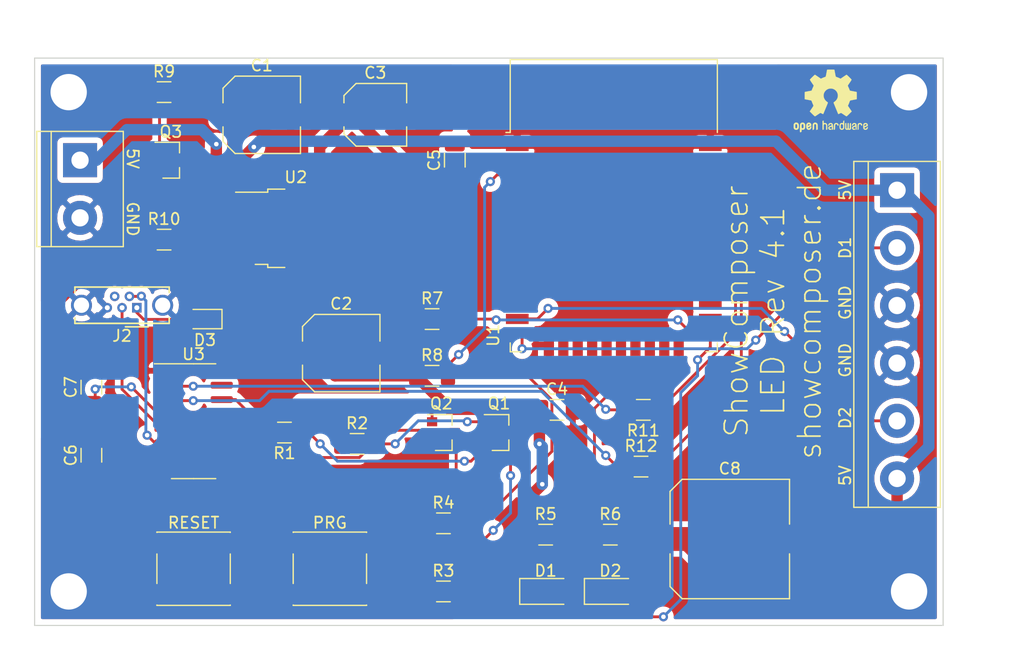
<source format=kicad_pcb>
(kicad_pcb (version 20171130) (host pcbnew 5.1.8-db9833491~87~ubuntu18.04.1)
  (layers (0 F.Cu signal) (31 B.Cu signal) (34 B.Paste user) (35 F.Paste user) (36 B.SilkS user) (37 F.SilkS user) (38 B.Mask user) (39 F.Mask user) (44 Edge.Cuts user))
  (net 0 "")
  (net 1 "Net-(D3-Pad2)")
  (net 2 +5V)
  (net 3 DTR)
  (net 4 "Net-(Q1-Pad3)")
  (net 5 "Net-(Q1-Pad2)")
  (net 6 RTS)
  (net 7 "Net-(Q2-Pad3)")
  (net 8 "Net-(Q2-Pad2)")
  (net 9 GND)
  (net 10 "Net-(U1-Pad37)")
  (net 11 "Net-(U1-Pad36)")
  (net 12 TXD0)
  (net 13 RXD0)
  (net 14 "Net-(U1-Pad33)")
  (net 15 "Net-(U1-Pad32)")
  (net 16 "Net-(U1-Pad31)")
  (net 17 "Net-(U1-Pad30)")
  (net 18 "Net-(U1-Pad29)")
  (net 19 "Net-(U1-Pad28)")
  (net 20 "Net-(U1-Pad27)")
  (net 21 "Net-(U1-Pad26)")
  (net 22 BOOT)
  (net 23 IO2)
  (net 24 "Net-(U1-Pad23)")
  (net 25 "Net-(U1-Pad22)")
  (net 26 "Net-(U1-Pad21)")
  (net 27 "Net-(U1-Pad20)")
  (net 28 "Net-(U1-Pad19)")
  (net 29 "Net-(U1-Pad18)")
  (net 30 "Net-(U1-Pad17)")
  (net 31 "Net-(U1-Pad16)")
  (net 32 LED1)
  (net 33 LED2)
  (net 34 "Net-(U1-Pad12)")
  (net 35 "Net-(U1-Pad11)")
  (net 36 "Net-(U1-Pad10)")
  (net 37 "Net-(U1-Pad9)")
  (net 38 "Net-(U1-Pad8)")
  (net 39 "Net-(U1-Pad7)")
  (net 40 "Net-(U1-Pad6)")
  (net 41 "Net-(U1-Pad5)")
  (net 42 "Net-(U1-Pad4)")
  (net 43 EN)
  (net 44 +3V3)
  (net 45 "Net-(U3-Pad15)")
  (net 46 "Net-(U3-Pad12)")
  (net 47 "Net-(U3-Pad11)")
  (net 48 "Net-(U3-Pad10)")
  (net 49 "Net-(U3-Pad9)")
  (net 50 "Net-(U3-Pad8)")
  (net 51 "Net-(U3-Pad7)")
  (net 52 "Net-(J2-Pad2)")
  (net 53 "Net-(J2-Pad3)")
  (net 54 "Net-(C7-Pad1)")
  (net 55 "Net-(R12-Pad1)")
  (net 56 "Net-(R11-Pad2)")
  (net 57 "Net-(D1-Pad2)")
  (net 58 "Net-(D2-Pad2)")
  (net 59 "Net-(J2-Pad4)")
  (net 60 VBUS)
  (net 61 "Net-(Q3-Pad1)")
  (module Symbol:OSHW-Logo2_7.3x6mm_SilkScreen (layer F.Cu) (at 140.104 63.772)
    (fp_text reference REF** hide)
    (fp_text value OSHW-Logo2_7.3x6mm_SilkScreen hide)
  )
  (module RF_Module:ESP32-WROOM-32 (layer F.Cu) (at 121 76)
    (fp_text reference U1 (at -10.61 8.43 90) (layer F.SilkS))
    (fp_text value ESP32-WROOM-32)
    (pad 38 smd rect (at 8.5 -8.255) (size 2 0.9) (layers F.Cu F.Paste F.Mask) (net 9 GND))
    (pad 37 smd rect (at 8.5 -6.985) (size 2 0.9) (layers F.Cu F.Paste F.Mask) (net 10 "Net-(U1-Pad37)"))
    (pad 36 smd rect (at 8.5 -5.715) (size 2 0.9) (layers F.Cu F.Paste F.Mask) (net 11 "Net-(U1-Pad36)"))
    (pad 35 smd rect (at 8.5 -4.445) (size 2 0.9) (layers F.Cu F.Paste F.Mask) (net 12 TXD0))
    (pad 34 smd rect (at 8.5 -3.175) (size 2 0.9) (layers F.Cu F.Paste F.Mask) (net 13 RXD0))
    (pad 33 smd rect (at 8.5 -1.905) (size 2 0.9) (layers F.Cu F.Paste F.Mask) (net 14 "Net-(U1-Pad33)"))
    (pad 32 smd rect (at 8.5 -0.635) (size 2 0.9) (layers F.Cu F.Paste F.Mask) (net 15 "Net-(U1-Pad32)"))
    (pad 31 smd rect (at 8.5 0.635) (size 2 0.9) (layers F.Cu F.Paste F.Mask) (net 16 "Net-(U1-Pad31)"))
    (pad 30 smd rect (at 8.5 1.905) (size 2 0.9) (layers F.Cu F.Paste F.Mask) (net 17 "Net-(U1-Pad30)"))
    (pad 29 smd rect (at 8.5 3.175) (size 2 0.9) (layers F.Cu F.Paste F.Mask) (net 18 "Net-(U1-Pad29)"))
    (pad 28 smd rect (at 8.5 4.445) (size 2 0.9) (layers F.Cu F.Paste F.Mask) (net 19 "Net-(U1-Pad28)"))
    (pad 27 smd rect (at 8.5 5.715) (size 2 0.9) (layers F.Cu F.Paste F.Mask) (net 20 "Net-(U1-Pad27)"))
    (pad 26 smd rect (at 8.5 6.985) (size 2 0.9) (layers F.Cu F.Paste F.Mask) (net 21 "Net-(U1-Pad26)"))
    (pad 25 smd rect (at 8.5 8.255) (size 2 0.9) (layers F.Cu F.Paste F.Mask) (net 22 BOOT))
    (pad 24 smd rect (at 5.715 9.255 90) (size 2 0.9) (layers F.Cu F.Paste F.Mask) (net 23 IO2))
    (pad 23 smd rect (at 4.445 9.255 90) (size 2 0.9) (layers F.Cu F.Paste F.Mask) (net 24 "Net-(U1-Pad23)"))
    (pad 22 smd rect (at 3.175 9.255 90) (size 2 0.9) (layers F.Cu F.Paste F.Mask) (net 25 "Net-(U1-Pad22)"))
    (pad 21 smd rect (at 1.905 9.255 90) (size 2 0.9) (layers F.Cu F.Paste F.Mask) (net 26 "Net-(U1-Pad21)"))
    (pad 20 smd rect (at 0.635 9.255 90) (size 2 0.9) (layers F.Cu F.Paste F.Mask) (net 27 "Net-(U1-Pad20)"))
    (pad 19 smd rect (at -0.635 9.255 90) (size 2 0.9) (layers F.Cu F.Paste F.Mask) (net 28 "Net-(U1-Pad19)"))
    (pad 18 smd rect (at -1.905 9.255 90) (size 2 0.9) (layers F.Cu F.Paste F.Mask) (net 29 "Net-(U1-Pad18)"))
    (pad 17 smd rect (at -3.175 9.255 90) (size 2 0.9) (layers F.Cu F.Paste F.Mask) (net 30 "Net-(U1-Pad17)"))
    (pad 16 smd rect (at -4.445 9.255 90) (size 2 0.9) (layers F.Cu F.Paste F.Mask) (net 31 "Net-(U1-Pad16)"))
    (pad 15 smd rect (at -5.715 9.255 90) (size 2 0.9) (layers F.Cu F.Paste F.Mask) (net 9 GND))
    (pad 14 smd rect (at -8.5 8.255) (size 2 0.9) (layers F.Cu F.Paste F.Mask) (net 32 LED1))
    (pad 13 smd rect (at -8.5 6.985) (size 2 0.9) (layers F.Cu F.Paste F.Mask) (net 33 LED2))
    (pad 12 smd rect (at -8.5 5.715) (size 2 0.9) (layers F.Cu F.Paste F.Mask) (net 34 "Net-(U1-Pad12)"))
    (pad 11 smd rect (at -8.5 4.445) (size 2 0.9) (layers F.Cu F.Paste F.Mask) (net 35 "Net-(U1-Pad11)"))
    (pad 10 smd rect (at -8.5 3.175) (size 2 0.9) (layers F.Cu F.Paste F.Mask) (net 36 "Net-(U1-Pad10)"))
    (pad 9 smd rect (at -8.5 1.905) (size 2 0.9) (layers F.Cu F.Paste F.Mask) (net 37 "Net-(U1-Pad9)"))
    (pad 8 smd rect (at -8.5 0.635) (size 2 0.9) (layers F.Cu F.Paste F.Mask) (net 38 "Net-(U1-Pad8)"))
    (pad 7 smd rect (at -8.5 -0.635) (size 2 0.9) (layers F.Cu F.Paste F.Mask) (net 39 "Net-(U1-Pad7)"))
    (pad 6 smd rect (at -8.5 -1.905) (size 2 0.9) (layers F.Cu F.Paste F.Mask) (net 40 "Net-(U1-Pad6)"))
    (pad 5 smd rect (at -8.5 -3.175) (size 2 0.9) (layers F.Cu F.Paste F.Mask) (net 41 "Net-(U1-Pad5)"))
    (pad 4 smd rect (at -8.5 -4.445) (size 2 0.9) (layers F.Cu F.Paste F.Mask) (net 42 "Net-(U1-Pad4)"))
    (pad 3 smd rect (at -8.5 -5.715) (size 2 0.9) (layers F.Cu F.Paste F.Mask) (net 43 EN))
    (pad 2 smd rect (at -8.5 -6.985) (size 2 0.9) (layers F.Cu F.Paste F.Mask) (net 44 +3V3))
    (pad 1 smd rect (at -8.5 -8.255) (size 2 0.9) (layers F.Cu F.Paste F.Mask) (net 9 GND))
    (pad 39 smd rect (at -1 -0.755) (size 5 5) (layers F.Cu F.Paste F.Mask) (net 9 GND))
  )
  (module Package_TO_SOT_SMD:SOT-23 (layer F.Cu) (at 106 93)
    (fp_text reference Q2 (at -0.186 -2.558) (layer F.SilkS))
    (fp_text value S8050)
    (pad 3 smd rect (at 1 0) (size 0.9 0.8) (layers F.Cu F.Paste F.Mask) (net 7 "Net-(Q2-Pad3)"))
    (pad 2 smd rect (at -1 0.95) (size 0.9 0.8) (layers F.Cu F.Paste F.Mask) (net 8 "Net-(Q2-Pad2)"))
    (pad 1 smd rect (at -1 -0.95) (size 0.9 0.8) (layers F.Cu F.Paste F.Mask) (net 6 RTS))
  )
  (module Package_TO_SOT_SMD:SOT-23 (layer F.Cu) (at 111 93)
    (fp_text reference Q1 (at -0.106 -2.558) (layer F.SilkS))
    (fp_text value S8050)
    (pad 3 smd rect (at 1 0) (size 0.9 0.8) (layers F.Cu F.Paste F.Mask) (net 4 "Net-(Q1-Pad3)"))
    (pad 2 smd rect (at -1 0.95) (size 0.9 0.8) (layers F.Cu F.Paste F.Mask) (net 5 "Net-(Q1-Pad2)"))
    (pad 1 smd rect (at -1 -0.95) (size 0.9 0.8) (layers F.Cu F.Paste F.Mask) (net 3 DTR))
  )
  (module Package_TO_SOT_SMD:TO-252-2 (layer F.Cu) (at 93 75)
    (fp_text reference U2 (at 0 -4.5) (layer F.SilkS))
    (fp_text value AZ1117-3.3)
    (pad 2 smd rect (at 2.1 0) (size 6.4 5.8) (layers F.Cu F.Mask) (net 44 +3V3))
    (pad 3 smd rect (at -4.2 2.28) (size 2.2 1.2) (layers F.Cu F.Paste F.Mask) (net 2 +5V))
    (pad 1 smd rect (at -4.2 -2.28) (size 2.2 1.2) (layers F.Cu F.Paste F.Mask) (net 9 GND))
  )
  (module Button_Switch_SMD:SW_Push_1P1T_NO_6x6mm_H9.5mm (layer F.Cu) (at 84 105)
    (fp_text reference RESET (at 0 -4.05) (layer F.SilkS))
    (fp_text value RST)
    (pad 2 smd rect (at 3.975 2.25) (size 1.55 1.3) (layers F.Cu F.Paste F.Mask) (net 9 GND))
    (pad 1 smd rect (at 3.975 -2.25) (size 1.55 1.3) (layers F.Cu F.Paste F.Mask) (net 43 EN))
    (pad 1 smd rect (at -3.975 -2.25) (size 1.55 1.3) (layers F.Cu F.Paste F.Mask) (net 43 EN))
    (pad 2 smd rect (at -3.975 2.25) (size 1.55 1.3) (layers F.Cu F.Paste F.Mask) (net 9 GND))
  )
  (module Button_Switch_SMD:SW_Push_1P1T_NO_6x6mm_H9.5mm (layer F.Cu) (at 96 105)
    (fp_text reference PRG (at 0 -4.05) (layer F.SilkS))
    (fp_text value BOOT)
    (pad 2 smd rect (at 3.975 2.25) (size 1.55 1.3) (layers F.Cu F.Paste F.Mask) (net 9 GND))
    (pad 1 smd rect (at 3.975 -2.25) (size 1.55 1.3) (layers F.Cu F.Paste F.Mask) (net 22 BOOT))
    (pad 1 smd rect (at -3.975 -2.25) (size 1.55 1.3) (layers F.Cu F.Paste F.Mask) (net 22 BOOT))
    (pad 2 smd rect (at -3.975 2.25) (size 1.55 1.3) (layers F.Cu F.Paste F.Mask) (net 9 GND))
  )
  (module Resistor_SMD:R_1206_3216Metric (layer F.Cu) (at 123.4 96)
    (fp_text reference R12 (at 0 -1.82) (layer F.SilkS))
    (fp_text value 1k)
    (pad 2 smd roundrect (at 1.4 0) (size 1.25 1.75) (layers F.Cu F.Paste F.Mask) (roundrect_rratio 0.2) (net 12 TXD0))
    (pad 1 smd roundrect (at -1.4 0) (size 1.25 1.75) (layers F.Cu F.Paste F.Mask) (roundrect_rratio 0.2) (net 55 "Net-(R12-Pad1)"))
  )
  (module Resistor_SMD:R_1206_3216Metric (layer F.Cu) (at 123.6 91 180)
    (fp_text reference R11 (at 0 -1.82) (layer F.SilkS))
    (fp_text value 1k)
    (pad 2 smd roundrect (at 1.4 0 180) (size 1.25 1.75) (layers F.Cu F.Paste F.Mask) (roundrect_rratio 0.2) (net 56 "Net-(R11-Pad2)"))
    (pad 1 smd roundrect (at -1.4 0 180) (size 1.25 1.75) (layers F.Cu F.Paste F.Mask) (roundrect_rratio 0.2) (net 13 RXD0))
  )
  (module Resistor_SMD:R_1206_3216Metric (layer F.Cu) (at 81.4 76)
    (fp_text reference R10 (at 0 -1.82) (layer F.SilkS))
    (fp_text value 470k)
    (pad 2 smd roundrect (at 1.4 0) (size 1.25 1.75) (layers F.Cu F.Paste F.Mask) (roundrect_rratio 0.2) (net 9 GND))
    (pad 1 smd roundrect (at -1.4 0) (size 1.25 1.75) (layers F.Cu F.Paste F.Mask) (roundrect_rratio 0.2) (net 2 +5V))
  )
  (module Resistor_SMD:R_1206_3216Metric (layer F.Cu) (at 81.4 63)
    (fp_text reference R9 (at 0 -1.82) (layer F.SilkS))
    (fp_text value 100k)
    (pad 2 smd roundrect (at 1.4 0) (size 1.25 1.75) (layers F.Cu F.Paste F.Mask) (roundrect_rratio 0.2) (net 9 GND))
    (pad 1 smd roundrect (at -1.4 0) (size 1.25 1.75) (layers F.Cu F.Paste F.Mask) (roundrect_rratio 0.2) (net 61 "Net-(Q3-Pad1)"))
  )
  (module Resistor_SMD:R_1206_3216Metric (layer F.Cu) (at 105 88)
    (fp_text reference R8 (at 0 -1.82) (layer F.SilkS))
    (fp_text value 10k)
    (pad 2 smd roundrect (at 1.4 0) (size 1.25 1.75) (layers F.Cu F.Paste F.Mask) (roundrect_rratio 0.2) (net 43 EN))
    (pad 1 smd roundrect (at -1.4 0) (size 1.25 1.75) (layers F.Cu F.Paste F.Mask) (roundrect_rratio 0.2) (net 44 +3V3))
  )
  (module Resistor_SMD:R_1206_3216Metric (layer F.Cu) (at 105 83)
    (fp_text reference R7 (at 0 -1.82) (layer F.SilkS))
    (fp_text value 10k)
    (pad 2 smd roundrect (at 1.4 0) (size 1.25 1.75) (layers F.Cu F.Paste F.Mask) (roundrect_rratio 0.2) (net 22 BOOT))
    (pad 1 smd roundrect (at -1.4 0) (size 1.25 1.75) (layers F.Cu F.Paste F.Mask) (roundrect_rratio 0.2) (net 44 +3V3))
  )
  (module Resistor_SMD:R_1206_3216Metric (layer F.Cu) (at 120.698 102)
    (fp_text reference R6 (at 0 -1.82) (layer F.SilkS))
    (fp_text value R)
    (pad 2 smd roundrect (at 1.4 0) (size 1.25 1.75) (layers F.Cu F.Paste F.Mask) (roundrect_rratio 0.2) (net 58 "Net-(D2-Pad2)"))
    (pad 1 smd roundrect (at -1.4 0) (size 1.25 1.75) (layers F.Cu F.Paste F.Mask) (roundrect_rratio 0.2) (net 23 IO2))
  )
  (module Resistor_SMD:R_1206_3216Metric (layer F.Cu) (at 115 102)
    (fp_text reference R5 (at 0 -1.82) (layer F.SilkS))
    (fp_text value R)
    (pad 2 smd roundrect (at 1.4 0) (size 1.25 1.75) (layers F.Cu F.Paste F.Mask) (roundrect_rratio 0.2) (net 57 "Net-(D1-Pad2)"))
    (pad 1 smd roundrect (at -1.4 0) (size 1.25 1.75) (layers F.Cu F.Paste F.Mask) (roundrect_rratio 0.2) (net 44 +3V3))
  )
  (module Resistor_SMD:R_1206_3216Metric (layer F.Cu) (at 106 101)
    (fp_text reference R4 (at 0 -1.82) (layer F.SilkS))
    (fp_text value 0R)
    (pad 2 smd roundrect (at 1.4 0) (size 1.25 1.75) (layers F.Cu F.Paste F.Mask) (roundrect_rratio 0.2) (net 7 "Net-(Q2-Pad3)"))
    (pad 1 smd roundrect (at -1.4 0) (size 1.25 1.75) (layers F.Cu F.Paste F.Mask) (roundrect_rratio 0.2) (net 43 EN))
  )
  (module Resistor_SMD:R_1206_3216Metric (layer F.Cu) (at 106 107)
    (fp_text reference R3 (at 0 -1.82) (layer F.SilkS))
    (fp_text value 0R)
    (pad 2 smd roundrect (at 1.4 0) (size 1.25 1.75) (layers F.Cu F.Paste F.Mask) (roundrect_rratio 0.2) (net 4 "Net-(Q1-Pad3)"))
    (pad 1 smd roundrect (at -1.4 0) (size 1.25 1.75) (layers F.Cu F.Paste F.Mask) (roundrect_rratio 0.2) (net 22 BOOT))
  )
  (module Resistor_SMD:R_1206_3216Metric (layer F.Cu) (at 98.4 94)
    (fp_text reference R2 (at 0 -1.82) (layer F.SilkS))
    (fp_text value 10k)
    (pad 2 smd roundrect (at 1.4 0) (size 1.25 1.75) (layers F.Cu F.Paste F.Mask) (roundrect_rratio 0.2) (net 3 DTR))
    (pad 1 smd roundrect (at -1.4 0) (size 1.25 1.75) (layers F.Cu F.Paste F.Mask) (roundrect_rratio 0.2) (net 8 "Net-(Q2-Pad2)"))
  )
  (module Resistor_SMD:R_1206_3216Metric (layer F.Cu) (at 92 93 180)
    (fp_text reference R1 (at 0 -1.82) (layer F.SilkS))
    (fp_text value 10k)
    (pad 2 smd roundrect (at 1.4 0 180) (size 1.25 1.75) (layers F.Cu F.Paste F.Mask) (roundrect_rratio 0.2) (net 6 RTS))
    (pad 1 smd roundrect (at -1.4 0 180) (size 1.25 1.75) (layers F.Cu F.Paste F.Mask) (roundrect_rratio 0.2) (net 5 "Net-(Q1-Pad2)"))
  )
  (module Package_TO_SOT_SMD:SOT-23 (layer F.Cu) (at 82 69)
    (fp_text reference Q3 (at 0 -2.5) (layer F.SilkS))
    (fp_text value Q_PMOS_GSD)
    (pad 3 smd rect (at 1 0) (size 0.9 0.8) (layers F.Cu F.Paste F.Mask) (net 60 VBUS))
    (pad 2 smd rect (at -1 0.95) (size 0.9 0.8) (layers F.Cu F.Paste F.Mask) (net 2 +5V))
    (pad 1 smd rect (at -1 -0.95) (size 0.9 0.8) (layers F.Cu F.Paste F.Mask) (net 61 "Net-(Q3-Pad1)"))
  )
  (module TerminalBlock:TerminalBlock_bornier-2_P5.08mm (layer F.Cu) (at 74 69 270)
    (fp_text reference J3 hide)
    (fp_text value Screw_Terminal_01x02)
    (pad 2 thru_hole circle (at 5.08 0 270) (size 3 3) (drill 1.52) (layers *.Cu *.Mask) (net 9 GND))
    (pad 1 thru_hole rect (at 0 0 270) (size 3 3) (drill 1.52) (layers *.Cu *.Mask) (net 60 VBUS))
  )
  (module Connector_USB:USB_Micro-B_Wuerth_614105150721_Vertical_CircularHoles (layer F.Cu) (at 79 82 180)
    (fp_text reference J2 (at 1.3 -2.48) (layer F.SilkS))
    (fp_text value USB_B_Micro)
    (pad 6 thru_hole circle (at 4.875 0.22 180) (size 1.85 1.85) (drill 1.35) (layers *.Cu *.Mask) (net 9 GND))
    (pad 6 thru_hole circle (at -2.275 0.22 180) (size 1.85 1.85) (drill 1.35) (layers *.Cu *.Mask) (net 9 GND))
    (pad 5 thru_hole circle (at 2.6 0 180) (size 0.84 0.84) (drill 0.44) (layers *.Cu *.Mask) (net 9 GND))
    (pad 4 thru_hole circle (at 1.95 1 180) (size 0.84 0.84) (drill 0.44) (layers *.Cu *.Mask) (net 59 "Net-(J2-Pad4)"))
    (pad 3 thru_hole circle (at 1.3 0 180) (size 0.84 0.84) (drill 0.44) (layers *.Cu *.Mask) (net 53 "Net-(J2-Pad3)"))
    (pad 2 thru_hole circle (at 0.65 1 180) (size 0.84 0.84) (drill 0.44) (layers *.Cu *.Mask) (net 52 "Net-(J2-Pad2)"))
    (pad 1 thru_hole rect (at 0 0 180) (size 0.84 0.84) (drill 0.44) (layers *.Cu *.Mask) (net 1 "Net-(D3-Pad2)"))
  )
  (module TerminalBlock:TerminalBlock_bornier-6_P5.08mm (layer F.Cu) (at 145.946 71.646 270)
    (fp_text reference J1 hide)
    (fp_text value Screw_Terminal_01x06)
    (pad 6 thru_hole circle (at 25.4 0 270) (size 3 3) (drill 1.52) (layers *.Cu *.Mask) (net 2 +5V))
    (pad 5 thru_hole circle (at 20.32 0 270) (size 3 3) (drill 1.52) (layers *.Cu *.Mask) (net 33 LED2))
    (pad 4 thru_hole circle (at 15.24 0 270) (size 3 3) (drill 1.52) (layers *.Cu *.Mask) (net 9 GND))
    (pad 1 thru_hole rect (at 0 0 270) (size 3 3) (drill 1.52) (layers *.Cu *.Mask) (net 2 +5V))
    (pad 3 thru_hole circle (at 10.16 0 270) (size 3 3) (drill 1.52) (layers *.Cu *.Mask) (net 9 GND))
    (pad 2 thru_hole circle (at 5.08 0 270) (size 3 3) (drill 1.52) (layers *.Cu *.Mask) (net 32 LED1))
  )
  (module LED_SMD:LED_1206_3216Metric (layer F.Cu) (at 120.698 107)
    (fp_text reference D2 (at 0 -1.82) (layer F.SilkS))
    (fp_text value LED)
    (pad 2 smd roundrect (at 1.4 0) (size 1.25 1.75) (layers F.Cu F.Paste F.Mask) (roundrect_rratio 0.2) (net 58 "Net-(D2-Pad2)"))
    (pad 1 smd roundrect (at -1.4 0) (size 1.25 1.75) (layers F.Cu F.Paste F.Mask) (roundrect_rratio 0.2) (net 9 GND))
  )
  (module LED_SMD:LED_1206_3216Metric (layer F.Cu) (at 115 107)
    (fp_text reference D1 (at 0 -1.82) (layer F.SilkS))
    (fp_text value LED)
    (pad 2 smd roundrect (at 1.4 0) (size 1.25 1.75) (layers F.Cu F.Paste F.Mask) (roundrect_rratio 0.2) (net 57 "Net-(D1-Pad2)"))
    (pad 1 smd roundrect (at -1.4 0) (size 1.25 1.75) (layers F.Cu F.Paste F.Mask) (roundrect_rratio 0.2) (net 9 GND))
  )
  (module Capacitor_SMD:C_Elec_10x10.2 (layer F.Cu) (at 131.214 102.38)
    (fp_text reference C8 (at 0 -6.2) (layer F.SilkS))
    (fp_text value 470u)
    (pad 2 smd roundrect (at 4.4 0) (size 4.6 2.1) (layers F.Cu F.Paste F.Mask) (roundrect_rratio 0.119047619047619) (net 9 GND))
    (pad 1 smd roundrect (at -4.4 0) (size 4.6 2.1) (layers F.Cu F.Paste F.Mask) (roundrect_rratio 0.119047619047619) (net 2 +5V))
  )
  (module Capacitor_SMD:C_1206_3216Metric (layer F.Cu) (at 75 89 90)
    (fp_text reference C7 (at 0 -1.82 90) (layer F.SilkS))
    (fp_text value 100n)
    (pad 2 smd roundrect (at 1.4 0 90) (size 1.25 1.75) (layers F.Cu F.Paste F.Mask) (roundrect_rratio 0.2) (net 9 GND))
    (pad 1 smd roundrect (at -1.4 0 90) (size 1.25 1.75) (layers F.Cu F.Paste F.Mask) (roundrect_rratio 0.2) (net 54 "Net-(C7-Pad1)"))
  )
  (module Capacitor_SMD:C_1206_3216Metric (layer F.Cu) (at 75 95 90)
    (fp_text reference C6 (at 0 -1.82 90) (layer F.SilkS))
    (fp_text value 100n)
    (pad 2 smd roundrect (at 1.4 0 90) (size 1.25 1.75) (layers F.Cu F.Paste F.Mask) (roundrect_rratio 0.2) (net 9 GND))
    (pad 1 smd roundrect (at -1.4 0 90) (size 1.25 1.75) (layers F.Cu F.Paste F.Mask) (roundrect_rratio 0.2) (net 2 +5V))
  )
  (module Capacitor_SMD:C_1206_3216Metric (layer F.Cu) (at 107 69 90)
    (fp_text reference C5 (at 0 -1.82 90) (layer F.SilkS))
    (fp_text value 100n)
    (pad 2 smd roundrect (at 1.4 0 90) (size 1.25 1.75) (layers F.Cu F.Paste F.Mask) (roundrect_rratio 0.2) (net 9 GND))
    (pad 1 smd roundrect (at -1.4 0 90) (size 1.25 1.75) (layers F.Cu F.Paste F.Mask) (roundrect_rratio 0.2) (net 44 +3V3))
  )
  (module Capacitor_SMD:C_1206_3216Metric (layer F.Cu) (at 116 91)
    (fp_text reference C4 (at 0 -1.82) (layer F.SilkS))
    (fp_text value 100n)
    (pad 2 smd roundrect (at 1.4 0) (size 1.25 1.75) (layers F.Cu F.Paste F.Mask) (roundrect_rratio 0.2) (net 9 GND))
    (pad 1 smd roundrect (at -1.4 0) (size 1.25 1.75) (layers F.Cu F.Paste F.Mask) (roundrect_rratio 0.2) (net 44 +3V3))
  )
  (module Capacitor_SMD:C_Elec_5x5.4 (layer F.Cu) (at 100 65)
    (fp_text reference C3 (at 0 -3.7) (layer F.SilkS))
    (fp_text value 10u)
    (pad 2 smd roundrect (at 2.0625 0) (size 2.775 1.6) (layers F.Cu F.Paste F.Mask) (roundrect_rratio 0.15625) (net 9 GND))
    (pad 1 smd roundrect (at -2.0625 0) (size 2.775 1.6) (layers F.Cu F.Paste F.Mask) (roundrect_rratio 0.15625) (net 44 +3V3))
  )
  (module Capacitor_SMD:C_Elec_6.3x7.7 (layer F.Cu) (at 97 86)
    (fp_text reference C2 (at 0 -4.35) (layer F.SilkS))
    (fp_text value 100u)
    (pad 2 smd roundrect (at 2.5375 0) (size 3.325 1.6) (layers F.Cu F.Paste F.Mask) (roundrect_rratio 0.15625) (net 9 GND))
    (pad 1 smd roundrect (at -2.5375 0) (size 3.325 1.6) (layers F.Cu F.Paste F.Mask) (roundrect_rratio 0.15625) (net 44 +3V3))
  )
  (module Capacitor_SMD:C_Elec_6.3x7.7 (layer F.Cu) (at 90 65)
    (fp_text reference C1 (at 0 -4.35) (layer F.SilkS))
    (fp_text value 100u)
    (pad 2 smd roundrect (at 2.5375 0) (size 3.325 1.6) (layers F.Cu F.Paste F.Mask) (roundrect_rratio 0.15625) (net 9 GND))
    (pad 1 smd roundrect (at -2.5375 0) (size 3.325 1.6) (layers F.Cu F.Paste F.Mask) (roundrect_rratio 0.15625) (net 2 +5V))
  )
  (module Package_SO:SOIC-16_3.9x9.9mm_P1.27mm (layer F.Cu) (at 84 92)
    (fp_text reference U3 (at 0 -5.9) (layer F.SilkS))
    (fp_text value CH340C)
    (pad 16 smd roundrect (at 2.475 -4.445) (size 1.95 0.6) (layers F.Cu F.Paste F.Mask) (net 2 +5V))
    (pad 15 smd roundrect (at 2.475 -3.175) (size 1.95 0.6) (layers F.Cu F.Paste F.Mask) (net 45 "Net-(U3-Pad15)"))
    (pad 14 smd roundrect (at 2.475 -1.905) (size 1.95 0.6) (layers F.Cu F.Paste F.Mask) (net 6 RTS))
    (pad 13 smd roundrect (at 2.475 -0.635) (size 1.95 0.6) (layers F.Cu F.Paste F.Mask) (net 3 DTR))
    (pad 12 smd roundrect (at 2.475 0.635) (size 1.95 0.6) (layers F.Cu F.Paste F.Mask) (net 46 "Net-(U3-Pad12)"))
    (pad 11 smd roundrect (at 2.475 1.905) (size 1.95 0.6) (layers F.Cu F.Paste F.Mask) (net 47 "Net-(U3-Pad11)"))
    (pad 10 smd roundrect (at 2.475 3.175) (size 1.95 0.6) (layers F.Cu F.Paste F.Mask) (net 48 "Net-(U3-Pad10)"))
    (pad 9 smd roundrect (at 2.475 4.445) (size 1.95 0.6) (layers F.Cu F.Paste F.Mask) (net 49 "Net-(U3-Pad9)"))
    (pad 8 smd roundrect (at -2.475 4.445) (size 1.95 0.6) (layers F.Cu F.Paste F.Mask) (net 50 "Net-(U3-Pad8)"))
    (pad 7 smd roundrect (at -2.475 3.175) (size 1.95 0.6) (layers F.Cu F.Paste F.Mask) (net 51 "Net-(U3-Pad7)"))
    (pad 6 smd roundrect (at -2.475 1.905) (size 1.95 0.6) (layers F.Cu F.Paste F.Mask) (net 52 "Net-(J2-Pad2)"))
    (pad 5 smd roundrect (at -2.475 0.635) (size 1.95 0.6) (layers F.Cu F.Paste F.Mask) (net 53 "Net-(J2-Pad3)"))
    (pad 4 smd roundrect (at -2.475 -0.635) (size 1.95 0.6) (layers F.Cu F.Paste F.Mask) (net 54 "Net-(C7-Pad1)"))
    (pad 3 smd roundrect (at -2.475 -1.905) (size 1.95 0.6) (layers F.Cu F.Paste F.Mask) (net 55 "Net-(R12-Pad1)"))
    (pad 2 smd roundrect (at -2.475 -3.175) (size 1.95 0.6) (layers F.Cu F.Paste F.Mask) (net 56 "Net-(R11-Pad2)"))
    (pad 1 smd roundrect (at -2.475 -4.445) (size 1.95 0.6) (layers F.Cu F.Paste F.Mask) (net 9 GND))
  )
  (module Diode_SMD:D_SOD-323 (layer F.Cu) (at 85 83 180)
    (fp_text reference D3 (at 0 -1.85) (layer F.SilkS))
    (fp_text value BAT60A)
    (pad 2 smd rect (at 1.05 0 180) (size 0.6 0.45) (layers F.Cu F.Paste F.Mask) (net 1 "Net-(D3-Pad2)"))
    (pad 1 smd rect (at -1.05 0 180) (size 0.6 0.45) (layers F.Cu F.Paste F.Mask) (net 2 +5V))
  )
  (gr_text D2 (at 141.374 91.712 90) (layer F.SilkS) (effects (font (size 1 1))))
  (gr_text GND (at 78.636 74.186 270) (layer F.SilkS) (effects (font (size 1 1))))
  (gr_text 5V (at 78.636 68.852 270) (layer F.SilkS) (effects (font (size 1 1))))
  (gr_text 5V (at 141.374 96.792 90) (layer F.SilkS) (effects (font (size 1 1))))
  (gr_text GND (at 141.374 86.632 90) (layer F.SilkS) (effects (font (size 1 1))))
  (gr_text 5V (at 141.374 71.646 90) (layer F.SilkS) (effects (font (size 1 1))))
  (gr_text D1 (at 141.374 76.726 90) (layer F.SilkS) (effects (font (size 1 1))))
  (gr_text GND (at 141.374 81.552 90) (layer F.SilkS) (effects (font (size 1 1))))
  (gr_text "ShowComposer\nLED Rev 4.1\nshowcomposer.de" (at 135.024 82.314 90) (layer F.SilkS) (effects (font (size 2 2))))
  (gr_line (start 150 60) (end 150 110) (layer Edge.Cuts) (width 0.1))
  (gr_line (start 70 60) (end 150 60) (layer Edge.Cuts) (width 0.1))
  (gr_line (start 70 110) (end 70 60) (layer Edge.Cuts) (width 0.1))
  (gr_line (start 150 110) (end 70 110) (layer Edge.Cuts) (width 0.1))
  (segment (start 79 82) (end 79 82.424) (width 0.25) (layer F.Cu) (net 1))
  (segment (start 83.919999 83.030001) (end 83.95 83) (width 0.25) (layer F.Cu) (net 1))
  (segment (start 79.606001 83.030001) (end 83.919999 83.030001) (width 0.25) (layer F.Cu) (net 1))
  (segment (start 79 82.424) (end 79.606001 83.030001) (width 0.25) (layer F.Cu) (net 1))
  (segment (start 87.4625 65.972502) (end 87.4625 65) (width 0.25) (layer F.Cu) (net 2))
  (segment (start 88.72001 77.20001) (end 88.8 77.28) (width 0.25) (layer F.Cu) (net 2))
  (segment (start 81 75) (end 80 76) (width 1) (layer F.Cu) (net 2))
  (segment (start 87.4625 65) (end 87.4625 68.83457) (width 1) (layer F.Cu) (net 2))
  (segment (start 87.4625 68.83457) (end 84.72907 71.568) (width 1) (layer F.Cu) (net 2))
  (segment (start 81 69.95) (end 81 71.568) (width 1) (layer F.Cu) (net 2))
  (segment (start 84.72907 71.568) (end 81 71.568) (width 1) (layer F.Cu) (net 2))
  (segment (start 81 71.568) (end 81 75) (width 1) (layer F.Cu) (net 2))
  (segment (start 84.72907 73.20907) (end 88.8 77.28) (width 1) (layer F.Cu) (net 2))
  (segment (start 84.72907 71.568) (end 84.72907 73.20907) (width 1) (layer F.Cu) (net 2))
  (segment (start 145.946 71.646) (end 139.596 71.646) (width 1) (layer B.Cu) (net 2))
  (segment (start 139.596 71.646) (end 135.278 67.328) (width 1) (layer B.Cu) (net 2))
  (segment (start 135.278 67.328) (end 89.812 67.328) (width 1) (layer B.Cu) (net 2))
  (via (at 89.304 67.836) (size 1) (drill 0.4) (layers F.Cu B.Cu) (net 2))
  (segment (start 89.812 67.328) (end 89.304 67.836) (width 1) (layer B.Cu) (net 2))
  (segment (start 88.30543 68.83457) (end 87.4625 68.83457) (width 1) (layer F.Cu) (net 2))
  (segment (start 89.304 67.836) (end 88.30543 68.83457) (width 1) (layer F.Cu) (net 2))
  (segment (start 145.946 71.646) (end 146.454 71.646) (width 1) (layer B.Cu) (net 2))
  (segment (start 146.454 71.646) (end 148.74 73.932) (width 1) (layer B.Cu) (net 2))
  (segment (start 148.74 94.252) (end 145.946 97.046) (width 1) (layer B.Cu) (net 2))
  (segment (start 148.74 73.932) (end 148.74 94.252) (width 1) (layer B.Cu) (net 2))
  (segment (start 145.946 97.046) (end 145.946 100.602) (width 1) (layer F.Cu) (net 2))
  (segment (start 145.946 100.602) (end 140.866 105.682) (width 1) (layer F.Cu) (net 2))
  (segment (start 130.116 105.682) (end 126.814 102.38) (width 1) (layer F.Cu) (net 2))
  (segment (start 140.866 105.682) (end 130.116 105.682) (width 1) (layer F.Cu) (net 2))
  (segment (start 86.475 83.425) (end 86.05 83) (width 1) (layer F.Cu) (net 2))
  (segment (start 86.475 87.555) (end 86.475 83.425) (width 1) (layer F.Cu) (net 2))
  (segment (start 88.8 80.25) (end 86.05 83) (width 1) (layer F.Cu) (net 2))
  (segment (start 88.8 77.28) (end 88.8 80.25) (width 1) (layer F.Cu) (net 2))
  (segment (start 75 96.4) (end 71.778 93.178) (width 1) (layer F.Cu) (net 2))
  (segment (start 77.499998 76) (end 80 76) (width 1) (layer F.Cu) (net 2))
  (segment (start 71.778 81.721998) (end 77.499998 76) (width 1) (layer F.Cu) (net 2))
  (segment (start 71.778 93.178) (end 71.778 81.721998) (width 1) (layer F.Cu) (net 2))
  (segment (start 86.475 91.365) (end 87.687 91.365) (width 0.25) (layer F.Cu) (net 3))
  (segment (start 87.687 91.365) (end 89.304 92.982) (width 0.25) (layer F.Cu) (net 3))
  (segment (start 89.304 92.982) (end 89.304 94.252) (width 0.25) (layer F.Cu) (net 3))
  (segment (start 98.59999 95.20001) (end 99.8 94) (width 0.25) (layer F.Cu) (net 3))
  (segment (start 90.25201 95.20001) (end 98.59999 95.20001) (width 0.25) (layer F.Cu) (net 3))
  (segment (start 89.304 94.252) (end 90.25201 95.20001) (width 0.25) (layer F.Cu) (net 3))
  (via (at 101.75 93.998) (size 0.8) (drill 0.4) (layers F.Cu B.Cu) (net 3))
  (segment (start 99.8 94) (end 101.748 94) (width 0.25) (layer F.Cu) (net 3))
  (segment (start 101.748 94) (end 101.75 93.998) (width 0.25) (layer F.Cu) (net 3))
  (segment (start 101.75 93.998) (end 103.782 91.966) (width 0.25) (layer B.Cu) (net 3))
  (via (at 108.1 92.049999) (size 0.8) (drill 0.4) (layers F.Cu B.Cu) (net 3))
  (segment (start 103.782 91.966) (end 108.016001 91.966) (width 0.25) (layer B.Cu) (net 3))
  (segment (start 108.016001 91.966) (end 108.1 92.049999) (width 0.25) (layer B.Cu) (net 3))
  (segment (start 109.999999 92.049999) (end 110 92.05) (width 0.25) (layer F.Cu) (net 3))
  (segment (start 108.1 92.049999) (end 109.999999 92.049999) (width 0.25) (layer F.Cu) (net 3))
  (via (at 110.386 101.618) (size 0.8) (drill 0.4) (layers F.Cu B.Cu) (net 4))
  (segment (start 107.4 107) (end 107.4 104.604) (width 0.25) (layer F.Cu) (net 4))
  (segment (start 107.4 104.604) (end 110.386 101.618) (width 0.25) (layer F.Cu) (net 4))
  (via (at 111.91 96.792) (size 0.8) (drill 0.4) (layers F.Cu B.Cu) (net 4))
  (segment (start 110.386 101.618) (end 111.91 100.094) (width 0.25) (layer B.Cu) (net 4))
  (segment (start 111.91 100.094) (end 111.91 96.792) (width 0.25) (layer B.Cu) (net 4))
  (segment (start 111.91 93.09) (end 112 93) (width 0.25) (layer F.Cu) (net 4))
  (segment (start 111.91 96.792) (end 111.91 93.09) (width 0.25) (layer F.Cu) (net 4))
  (via (at 95.146 93.998) (size 0.8) (drill 0.4) (layers F.Cu B.Cu) (net 5))
  (segment (start 93.4 93) (end 94.148 93) (width 0.25) (layer F.Cu) (net 5))
  (segment (start 94.148 93) (end 95.146 93.998) (width 0.25) (layer F.Cu) (net 5))
  (segment (start 95.146 93.998) (end 96.67 95.522) (width 0.25) (layer B.Cu) (net 5))
  (via (at 107.846 95.522) (size 0.8) (drill 0.4) (layers F.Cu B.Cu) (net 5))
  (segment (start 96.67 95.522) (end 107.846 95.522) (width 0.25) (layer B.Cu) (net 5))
  (segment (start 108.428 95.522) (end 110 93.95) (width 0.25) (layer F.Cu) (net 5))
  (segment (start 107.846 95.522) (end 108.428 95.522) (width 0.25) (layer F.Cu) (net 5))
  (segment (start 87.695 90.095) (end 86.475 90.095) (width 0.25) (layer F.Cu) (net 6))
  (segment (start 90.6 93) (end 87.695 90.095) (width 0.25) (layer F.Cu) (net 6))
  (segment (start 105 92.05) (end 105 91.406) (width 0.25) (layer F.Cu) (net 6))
  (segment (start 105 91.406) (end 103.782 90.188) (width 0.25) (layer F.Cu) (net 6))
  (segment (start 93.412 90.188) (end 90.6 93) (width 0.25) (layer F.Cu) (net 6))
  (segment (start 103.782 90.188) (end 93.412 90.188) (width 0.25) (layer F.Cu) (net 6))
  (segment (start 107.120999 93.120999) (end 107 93) (width 0.25) (layer F.Cu) (net 7))
  (segment (start 107.120999 100.720999) (end 107.120999 93.120999) (width 0.25) (layer F.Cu) (net 7))
  (segment (start 107.4 101) (end 107.120999 100.720999) (width 0.25) (layer F.Cu) (net 7))
  (segment (start 97 94) (end 97 93.16) (width 0.25) (layer F.Cu) (net 8))
  (segment (start 103.84999 92.79999) (end 105 93.95) (width 0.25) (layer F.Cu) (net 8))
  (segment (start 97.36001 92.79999) (end 103.84999 92.79999) (width 0.25) (layer F.Cu) (net 8))
  (segment (start 97 93.16) (end 97.36001 92.79999) (width 0.25) (layer F.Cu) (net 8))
  (via (at 147 63.01) (size 3.4) (drill 3.2) (layers F.Cu B.Cu) (net 9))
  (via (at 147 107) (size 3.4) (drill 3.2) (layers F.Cu B.Cu) (net 9))
  (via (at 73 107) (size 3.4) (drill 3.2) (layers F.Cu B.Cu) (net 9))
  (via (at 73 63) (size 3.4) (drill 3.2) (layers F.Cu B.Cu) (net 9))
  (segment (start 129.155 71.9) (end 129.5 71.555) (width 0.25) (layer F.Cu) (net 12))
  (segment (start 124.8 96) (end 132.23 88.57) (width 0.25) (layer F.Cu) (net 12))
  (segment (start 131.123 71.555) (end 129.5 71.555) (width 0.25) (layer F.Cu) (net 12))
  (segment (start 132.23 72.662) (end 131.123 71.555) (width 0.25) (layer F.Cu) (net 12))
  (segment (start 132.23 88.57) (end 132.23 72.662) (width 0.25) (layer F.Cu) (net 12))
  (segment (start 130.75 72.825) (end 131.722 73.797) (width 0.25) (layer F.Cu) (net 13))
  (segment (start 129.5 72.825) (end 130.75 72.825) (width 0.25) (layer F.Cu) (net 13))
  (segment (start 131.722 84.278) (end 125 91) (width 0.25) (layer F.Cu) (net 13))
  (segment (start 131.722 73.797) (end 131.722 84.278) (width 0.25) (layer F.Cu) (net 13))
  (segment (start 92.025 102.75) (end 99.975 102.75) (width 0.25) (layer F.Cu) (net 22))
  (segment (start 104.225 107) (end 99.975 102.75) (width 0.25) (layer F.Cu) (net 22))
  (segment (start 104.6 107) (end 104.225 107) (width 0.25) (layer F.Cu) (net 22))
  (via (at 128.381347 86.593347) (size 0.8) (drill 0.4) (layers F.Cu B.Cu) (net 22))
  (segment (start 129.5 84.255) (end 129.5 85.474694) (width 0.25) (layer F.Cu) (net 22))
  (segment (start 129.5 85.474694) (end 128.381347 86.593347) (width 0.25) (layer F.Cu) (net 22))
  (segment (start 128.381347 87.997655) (end 126.896 89.483002) (width 0.25) (layer B.Cu) (net 22))
  (segment (start 128.381347 86.593347) (end 128.381347 87.997655) (width 0.25) (layer B.Cu) (net 22))
  (via (at 125.372 109.238) (size 0.8) (drill 0.4) (layers F.Cu B.Cu) (net 22))
  (segment (start 126.896 89.483002) (end 126.896 107.714) (width 0.25) (layer B.Cu) (net 22))
  (segment (start 126.896 107.714) (end 125.372 109.238) (width 0.25) (layer B.Cu) (net 22))
  (segment (start 105.58681 107) (end 104.6 107) (width 0.25) (layer F.Cu) (net 22))
  (segment (start 107.82481 109.238) (end 105.58681 107) (width 0.25) (layer F.Cu) (net 22))
  (segment (start 125.372 109.238) (end 107.82481 109.238) (width 0.25) (layer F.Cu) (net 22))
  (via (at 110.64 83.076) (size 0.8) (drill 0.4) (layers F.Cu B.Cu) (net 22))
  (segment (start 106.4 83) (end 110.564 83) (width 0.25) (layer F.Cu) (net 22))
  (segment (start 110.564 83) (end 110.64 83.076) (width 0.25) (layer F.Cu) (net 22))
  (via (at 126.642 83.076) (size 0.8) (drill 0.4) (layers F.Cu B.Cu) (net 22))
  (segment (start 110.64 83.076) (end 126.642 83.076) (width 0.25) (layer B.Cu) (net 22))
  (segment (start 127.821 84.255) (end 129.5 84.255) (width 0.25) (layer F.Cu) (net 22))
  (segment (start 126.642 83.076) (end 127.821 84.255) (width 0.25) (layer F.Cu) (net 22))
  (segment (start 119.298 102) (end 119.298 101.088) (width 0.25) (layer F.Cu) (net 23))
  (segment (start 126.715 86.505) (end 126.715 85.255) (width 0.25) (layer F.Cu) (net 23))
  (segment (start 123.588997 86.580001) (end 126.639999 86.580001) (width 0.25) (layer F.Cu) (net 23))
  (segment (start 119.298 90.870998) (end 123.588997 86.580001) (width 0.25) (layer F.Cu) (net 23))
  (segment (start 126.639999 86.580001) (end 126.715 86.505) (width 0.25) (layer F.Cu) (net 23))
  (segment (start 119.298 102) (end 119.298 90.870998) (width 0.25) (layer F.Cu) (net 23))
  (segment (start 145.946 76.726) (end 141.628 76.726) (width 0.25) (layer F.Cu) (net 32))
  (via (at 133.5 84.854) (size 0.8) (drill 0.4) (layers F.Cu B.Cu) (net 32))
  (segment (start 141.628 76.726) (end 133.5 84.854) (width 0.25) (layer F.Cu) (net 32))
  (segment (start 133.5 84.854) (end 132.738 85.616) (width 0.25) (layer B.Cu) (net 32))
  (via (at 112.926 85.616) (size 0.8) (drill 0.4) (layers F.Cu B.Cu) (net 32))
  (segment (start 132.738 85.616) (end 112.926 85.616) (width 0.25) (layer B.Cu) (net 32))
  (segment (start 112.926 84.681) (end 112.5 84.255) (width 0.25) (layer F.Cu) (net 32))
  (segment (start 112.926 85.616) (end 112.926 84.681) (width 0.25) (layer F.Cu) (net 32))
  (via (at 115.212 82.06) (size 0.8) (drill 0.4) (layers F.Cu B.Cu) (net 33))
  (segment (start 112.5 82.985) (end 114.287 82.985) (width 0.25) (layer F.Cu) (net 33))
  (segment (start 114.287 82.985) (end 115.212 82.06) (width 0.25) (layer F.Cu) (net 33))
  (via (at 136.04 84.092) (size 0.8) (drill 0.4) (layers F.Cu B.Cu) (net 33))
  (segment (start 115.212 82.06) (end 134.008 82.06) (width 0.25) (layer B.Cu) (net 33))
  (segment (start 134.008 82.06) (end 136.04 84.092) (width 0.25) (layer B.Cu) (net 33))
  (segment (start 143.914 91.966) (end 145.946 91.966) (width 0.25) (layer F.Cu) (net 33))
  (segment (start 136.04 84.092) (end 143.914 91.966) (width 0.25) (layer F.Cu) (net 33))
  (via (at 107.338 86.124) (size 0.8) (drill 0.4) (layers F.Cu B.Cu) (net 43))
  (segment (start 106.4 88) (end 106.4 87.062) (width 0.25) (layer F.Cu) (net 43))
  (segment (start 106.4 87.062) (end 107.338 86.124) (width 0.25) (layer F.Cu) (net 43))
  (segment (start 107.338 86.124) (end 109.624 83.838) (width 0.25) (layer B.Cu) (net 43))
  (via (at 110.132 70.884) (size 0.8) (drill 0.4) (layers F.Cu B.Cu) (net 43))
  (segment (start 109.624 83.838) (end 109.624 71.392) (width 0.25) (layer B.Cu) (net 43))
  (segment (start 109.624 71.392) (end 110.132 70.884) (width 0.25) (layer B.Cu) (net 43))
  (segment (start 110.731 70.285) (end 112.5 70.285) (width 0.25) (layer F.Cu) (net 43))
  (segment (start 110.132 70.884) (end 110.731 70.285) (width 0.25) (layer F.Cu) (net 43))
  (segment (start 105.80001 102.20001) (end 104.6 101) (width 0.25) (layer F.Cu) (net 43))
  (segment (start 115.55001 90.13682) (end 115.55001 94.66318) (width 0.25) (layer F.Cu) (net 43))
  (segment (start 113.41319 88) (end 115.55001 90.13682) (width 0.25) (layer F.Cu) (net 43))
  (segment (start 108.01318 102.20001) (end 105.80001 102.20001) (width 0.25) (layer F.Cu) (net 43))
  (segment (start 115.55001 94.66318) (end 108.01318 102.20001) (width 0.25) (layer F.Cu) (net 43))
  (segment (start 106.4 88) (end 113.41319 88) (width 0.25) (layer F.Cu) (net 43))
  (segment (start 87.975 102.75) (end 87.975 102.439) (width 0.25) (layer F.Cu) (net 43))
  (segment (start 89.414 101) (end 104.6 101) (width 0.25) (layer F.Cu) (net 43))
  (segment (start 87.975 102.439) (end 89.414 101) (width 0.25) (layer F.Cu) (net 43))
  (segment (start 80.025 102.75) (end 87.975 102.75) (width 0.25) (layer F.Cu) (net 43))
  (segment (start 95.1 67.8375) (end 97.9375 65) (width 1) (layer F.Cu) (net 44))
  (segment (start 95.1 75) (end 95.1 67.8375) (width 1) (layer F.Cu) (net 44))
  (segment (start 108.385 69.015) (end 112.5 69.015) (width 1) (layer F.Cu) (net 44))
  (segment (start 107 70.4) (end 108.385 69.015) (width 1) (layer F.Cu) (net 44))
  (segment (start 103.3375 70.4) (end 97.9375 65) (width 1) (layer F.Cu) (net 44))
  (segment (start 107 70.4) (end 103.3375 70.4) (width 1) (layer F.Cu) (net 44))
  (segment (start 94.4625 75.6375) (end 95.1 75) (width 1) (layer F.Cu) (net 44))
  (segment (start 94.4625 86) (end 94.4625 75.6375) (width 1) (layer F.Cu) (net 44))
  (segment (start 106.549999 90.949999) (end 103.6 88) (width 1) (layer F.Cu) (net 44))
  (segment (start 114.549999 90.949999) (end 106.549999 90.949999) (width 1) (layer F.Cu) (net 44))
  (segment (start 114.6 91) (end 114.549999 90.949999) (width 1) (layer F.Cu) (net 44))
  (segment (start 96.4625 88) (end 103.6 88) (width 1) (layer F.Cu) (net 44))
  (segment (start 94.4625 86) (end 96.4625 88) (width 1) (layer F.Cu) (net 44))
  (segment (start 103.6 88) (end 103.6 83) (width 1) (layer F.Cu) (net 44))
  (via (at 114.704 97.554) (size 1) (drill 0.4) (layers F.Cu B.Cu) (net 44))
  (segment (start 113.6 102) (end 113.6 98.658) (width 1) (layer F.Cu) (net 44))
  (segment (start 113.6 98.658) (end 114.704 97.554) (width 1) (layer F.Cu) (net 44))
  (via (at 114.45 93.998) (size 1) (drill 0.4) (layers F.Cu B.Cu) (net 44))
  (segment (start 114.704 97.554) (end 114.704 94.252) (width 1) (layer B.Cu) (net 44))
  (segment (start 114.704 94.252) (end 114.45 93.998) (width 1) (layer B.Cu) (net 44))
  (segment (start 114.45 91.15) (end 114.6 91) (width 1) (layer F.Cu) (net 44))
  (segment (start 114.45 93.998) (end 114.45 91.15) (width 1) (layer F.Cu) (net 44))
  (via (at 79.398 80.979998) (size 0.8) (drill 0.4) (layers F.Cu B.Cu) (net 52))
  (segment (start 78.35 81) (end 79.377998 81) (width 0.25) (layer F.Cu) (net 52))
  (segment (start 79.377998 81) (end 79.398 80.979998) (width 0.25) (layer F.Cu) (net 52))
  (via (at 79.906 93.236) (size 0.8) (drill 0.4) (layers F.Cu B.Cu) (net 52))
  (segment (start 79.797999 93.127999) (end 79.906 93.236) (width 0.25) (layer B.Cu) (net 52))
  (segment (start 79.398 80.979998) (end 79.797999 81.379997) (width 0.25) (layer B.Cu) (net 52))
  (segment (start 79.797999 81.379997) (end 79.797999 93.127999) (width 0.25) (layer B.Cu) (net 52))
  (segment (start 80.575 93.905) (end 81.525 93.905) (width 0.25) (layer F.Cu) (net 52))
  (segment (start 79.906 93.236) (end 80.575 93.905) (width 0.25) (layer F.Cu) (net 52))
  (segment (start 81.148232 92.635) (end 81.525 92.635) (width 0.25) (layer F.Cu) (net 53))
  (segment (start 77.7 89.186768) (end 81.148232 92.635) (width 0.25) (layer F.Cu) (net 53))
  (segment (start 77.7 82) (end 77.7 89.186768) (width 0.25) (layer F.Cu) (net 53))
  (via (at 78.51553 88.976992) (size 0.8) (drill 0.4) (layers F.Cu B.Cu) (net 54))
  (segment (start 81.525 91.365) (end 80.903538 91.365) (width 0.25) (layer F.Cu) (net 54))
  (segment (start 80.903538 91.365) (end 78.51553 88.976992) (width 0.25) (layer F.Cu) (net 54))
  (via (at 75.334 89.172) (size 0.8) (drill 0.4) (layers F.Cu B.Cu) (net 54))
  (segment (start 78.51553 88.976992) (end 75.529008 88.976992) (width 0.25) (layer B.Cu) (net 54))
  (segment (start 75.529008 88.976992) (end 75.334 89.172) (width 0.25) (layer B.Cu) (net 54))
  (segment (start 75.334 90.066) (end 75 90.4) (width 0.25) (layer F.Cu) (net 54))
  (segment (start 75.334 89.172) (end 75.334 90.066) (width 0.25) (layer F.Cu) (net 54))
  (via (at 120.292 95.014) (size 0.8) (drill 0.4) (layers F.Cu B.Cu) (net 55))
  (segment (start 122 96) (end 121.278 96) (width 0.25) (layer F.Cu) (net 55))
  (segment (start 121.278 96) (end 120.292 95.014) (width 0.25) (layer F.Cu) (net 55))
  (segment (start 120.292 95.014) (end 114.64601 89.36801) (width 0.25) (layer B.Cu) (net 55))
  (segment (start 114.64601 89.36801) (end 90.63199 89.36801) (width 0.25) (layer B.Cu) (net 55))
  (via (at 83.97 90.188) (size 0.8) (drill 0.4) (layers F.Cu B.Cu) (net 55))
  (segment (start 90.63199 89.36801) (end 89.812 90.188) (width 0.25) (layer B.Cu) (net 55))
  (segment (start 89.812 90.188) (end 83.97 90.188) (width 0.25) (layer B.Cu) (net 55))
  (segment (start 81.618 90.188) (end 81.525 90.095) (width 0.25) (layer F.Cu) (net 55))
  (segment (start 83.97 90.188) (end 81.618 90.188) (width 0.25) (layer F.Cu) (net 55))
  (via (at 120.292 90.95) (size 0.8) (drill 0.4) (layers F.Cu B.Cu) (net 56))
  (segment (start 122.2 91) (end 120.342 91) (width 0.25) (layer F.Cu) (net 56))
  (segment (start 120.342 91) (end 120.292 90.95) (width 0.25) (layer F.Cu) (net 56))
  (via (at 83.97 88.918) (size 0.8) (drill 0.4) (layers F.Cu B.Cu) (net 56))
  (segment (start 120.292 90.95) (end 118.26 88.918) (width 0.25) (layer B.Cu) (net 56))
  (segment (start 118.26 88.918) (end 83.97 88.918) (width 0.25) (layer B.Cu) (net 56))
  (segment (start 81.618 88.918) (end 81.525 88.825) (width 0.25) (layer F.Cu) (net 56))
  (segment (start 83.97 88.918) (end 81.618 88.918) (width 0.25) (layer F.Cu) (net 56))
  (segment (start 116.4 107) (end 116.4 102) (width 0.25) (layer F.Cu) (net 57))
  (segment (start 122.098 107) (end 122.098 102) (width 0.25) (layer F.Cu) (net 58))
  (segment (start 74 69) (end 75.44 69) (width 1) (layer B.Cu) (net 60))
  (segment (start 75.44 69) (end 78.128 66.312) (width 1) (layer B.Cu) (net 60))
  (via (at 86.002 67.582) (size 1) (drill 0.4) (layers F.Cu B.Cu) (net 60))
  (segment (start 78.128 66.312) (end 84.732 66.312) (width 1) (layer B.Cu) (net 60))
  (segment (start 84.732 66.312) (end 86.002 67.582) (width 1) (layer B.Cu) (net 60))
  (segment (start 86.002 67.582) (end 86.002 68.598) (width 1) (layer F.Cu) (net 60))
  (segment (start 85.6 69) (end 83 69) (width 1) (layer F.Cu) (net 60))
  (segment (start 86.002 68.598) (end 85.6 69) (width 1) (layer F.Cu) (net 60))
  (segment (start 81 64) (end 80 63) (width 0.25) (layer F.Cu) (net 61))
  (segment (start 81 68.05) (end 81 64) (width 0.25) (layer F.Cu) (net 61))
  (zone (net 0) (net_name "") (layer F.Cu) (connect_pads (clearance 0.508)) (min_thickness 0.254)
    (keepout (tracks not_allowed) (vias not_allowed) (copperpour not_allowed))
    (fill (arc_segments 32) (thermal_gap 0.508) (thermal_bridge_width 0.508))
    (polygon (pts (xy 135.278 66.312) (xy 106.83 66.312) (xy 106.83 54.882) (xy 135.278 54.882)))
  )
  (zone (net 9) (net_name GND) (layer F.Cu) (connect_pads (clearance 0.508)) (min_thickness 0.254) (fill yes (arc_segments 32) (thermal_gap 0.508) (thermal_bridge_width 0.508))
    (polygon (pts (xy 153.566 112.54) (xy 68.73 111.778) (xy 67.714 57.93) (xy 153.312 57.93)))
  )
  (zone (net 9) (net_name GND) (layer B.Cu) (connect_pads (clearance 0.508)) (min_thickness 0.254) (fill yes (arc_segments 32) (thermal_gap 0.508) (thermal_bridge_width 0.508))
    (polygon (pts (xy 153.566 57.422) (xy 157.122 113.048) (xy 67.968 112.54) (xy 66.952 56.914)))
  )
)
</source>
